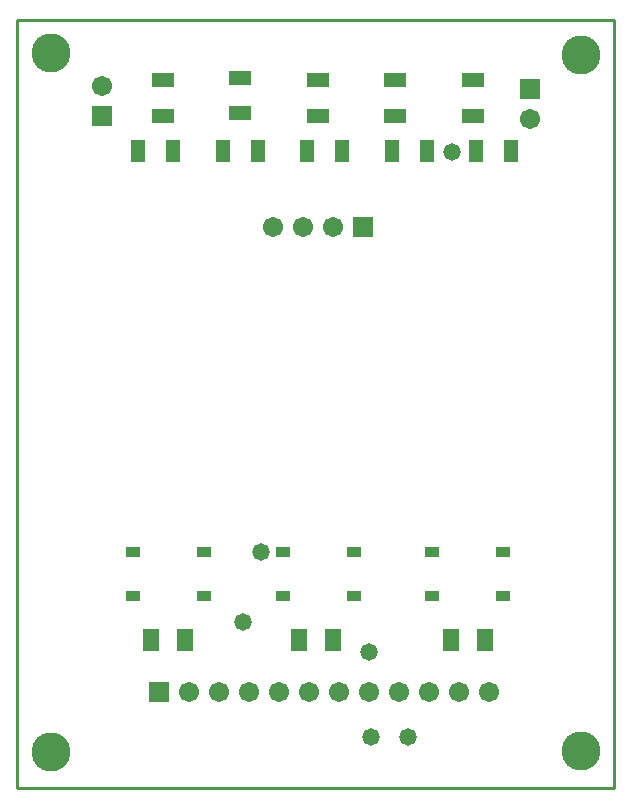
<source format=gts>
%FSTAX23Y23*%
%MOIN*%
%SFA1B1*%

%IPPOS*%
%ADD11C,0.010000*%
%ADD16R,0.052490X0.077690*%
%ADD17R,0.046190X0.076110*%
%ADD18R,0.076110X0.051310*%
%ADD19R,0.047370X0.035560*%
%ADD20C,0.130050*%
%ADD21R,0.067060X0.067060*%
%ADD22C,0.067060*%
%ADD23R,0.067060X0.067060*%
%ADD24C,0.058000*%
%LNbuttonpanel-1*%
%LPD*%
G54D11*
X0Y0D02*
Y0256D01*
Y0D02*
X0199D01*
Y0256*
X0D02*
X0199D01*
G54D16*
X01056Y00495D03*
X00943D03*
X01561D03*
X01448D03*
X00448D03*
X00561D03*
G54D17*
X01531Y02125D03*
X01648D03*
X0125D03*
X01367D03*
X00969D03*
X01085D03*
X00687D03*
X00804D03*
X00406D03*
X00523D03*
G54D18*
X01522Y02242D03*
Y02361D03*
X01263Y02242D03*
Y02361D03*
X01005Y02242D03*
Y02361D03*
X00745Y0225D03*
Y02369D03*
X00488Y02242D03*
Y02361D03*
G54D19*
X00388Y00787D03*
X00625D03*
X00388Y00642D03*
X00625D03*
X00887Y00787D03*
X01124D03*
X00887Y00642D03*
X01124D03*
X01386Y00787D03*
X01623D03*
X01386Y00642D03*
X01623D03*
G54D20*
X00115Y0012D03*
X0188Y00125D03*
Y02445D03*
X00115Y0245D03*
G54D21*
X00285Y0224D03*
X0171Y0233D03*
G54D22*
X00285Y0234D03*
X0171Y0223D03*
X00855Y0187D03*
X00955D03*
X01055D03*
X01575Y0032D03*
X01475D03*
X01375D03*
X01275D03*
X01175D03*
X01075D03*
X00975D03*
X00875D03*
X00775D03*
X00675D03*
X00575D03*
G54D23*
X01155Y0187D03*
X00475Y0032D03*
G54D24*
X01175Y00455D03*
X0118Y0017D03*
X01305D03*
X00755Y00555D03*
X0145Y0212D03*
X00816Y00787D03*
M02*
</source>
